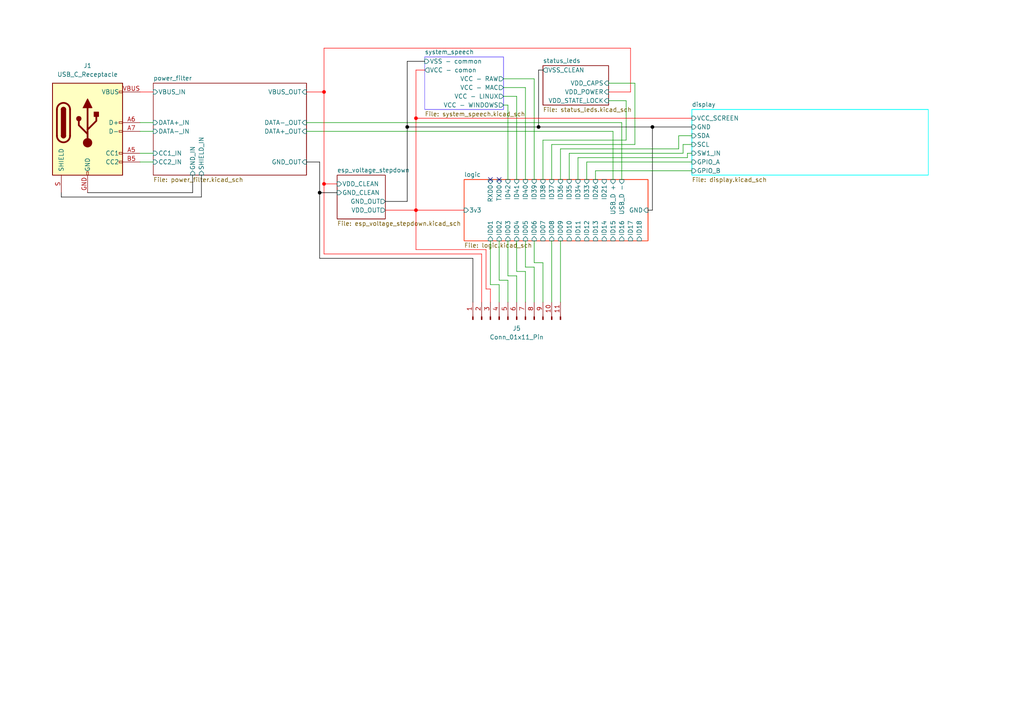
<source format=kicad_sch>
(kicad_sch (version 20250114) (generator "eeschema") (generator_version "9.0")
  (paper "A4")
  (lib_symbols
    (symbol "Connector:Conn_01x11_Pin" (pin_names (offset 1.016) (hide yes))
      (property "Reference" "J" (at 0 15.24 0))
      (property "Value" "Conn_01x11_Pin" (at 0 -15.24 0))
      (symbol "Conn_01x11_Pin_1_1"
        (rectangle (start 0.8636 12.827) (end 0 12.573) (stroke (width 0.1524)) (fill (type outline)))
        (rectangle (start 0.8636 10.287) (end 0 10.033) (stroke (width 0.1524)) (fill (type outline)))
        (rectangle (start 0.8636 7.747) (end 0 7.493) (stroke (width 0.1524)) (fill (type outline)))
        (rectangle (start 0.8636 5.207) (end 0 4.953) (stroke (width 0.1524)) (fill (type outline)))
        (rectangle (start 0.8636 2.667) (end 0 2.413) (stroke (width 0.1524)) (fill (type outline)))
        (rectangle (start 0.8636 0.127) (end 0 -0.127) (stroke (width 0.1524)) (fill (type outline)))
        (rectangle (start 0.8636 -2.413) (end 0 -2.667) (stroke (width 0.1524)) (fill (type outline)))
        (rectangle (start 0.8636 -4.953) (end 0 -5.207) (stroke (width 0.1524)) (fill (type outline)))
        (rectangle (start 0.8636 -7.493) (end 0 -7.747) (stroke (width 0.1524)) (fill (type outline)))
        (rectangle (start 0.8636 -10.033) (end 0 -10.287) (stroke (width 0.1524)) (fill (type outline)))
        (rectangle (start 0.8636 -12.573) (end 0 -12.827) (stroke (width 0.1524)) (fill (type outline)))
        (polyline (pts (xy 1.27 12.7) (xy 0.8636 12.7)) (stroke (width 0.1524)))
        (polyline (pts (xy 1.27 10.16) (xy 0.8636 10.16)) (stroke (width 0.1524)))
        (polyline (pts (xy 1.27 7.62) (xy 0.8636 7.62)) (stroke (width 0.1524)))
        (polyline (pts (xy 1.27 5.08) (xy 0.8636 5.08)) (stroke (width 0.1524)))
        (polyline (pts (xy 1.27 2.54) (xy 0.8636 2.54)) (stroke (width 0.1524)))
        (polyline (pts (xy 1.27 0) (xy 0.8636 0)) (stroke (width 0.1524)))
        (polyline (pts (xy 1.27 -2.54) (xy 0.8636 -2.54)) (stroke (width 0.1524)))
        (polyline (pts (xy 1.27 -5.08) (xy 0.8636 -5.08)) (stroke (width 0.1524)))
        (polyline (pts (xy 1.27 -7.62) (xy 0.8636 -7.62)) (stroke (width 0.1524)))
        (polyline (pts (xy 1.27 -10.16) (xy 0.8636 -10.16)) (stroke (width 0.1524)))
        (polyline (pts (xy 1.27 -12.7) (xy 0.8636 -12.7)) (stroke (width 0.1524)))
        (pin passive line (at 5.08 12.7 180) (length 3.81) (name "Pin_1") (number "1"))
        (pin passive line (at 5.08 10.16 180) (length 3.81) (name "Pin_2") (number "2"))
        (pin passive line (at 5.08 7.62 180) (length 3.81) (name "Pin_3") (number "3"))
        (pin passive line (at 5.08 5.08 180) (length 3.81) (name "Pin_4") (number "4"))
        (pin passive line (at 5.08 2.54 180) (length 3.81) (name "Pin_5") (number "5"))
        (pin passive line (at 5.08 0 180) (length 3.81) (name "Pin_6") (number "6"))
        (pin passive line (at 5.08 -2.54 180) (length 3.81) (name "Pin_7") (number "7"))
        (pin passive line (at 5.08 -5.08 180) (length 3.81) (name "Pin_8") (number "8"))
        (pin passive line (at 5.08 -7.62 180) (length 3.81) (name "Pin_9") (number "9"))
        (pin passive line (at 5.08 -10.16 180) (length 3.81) (name "Pin_10") (number "10"))
        (pin passive line (at 5.08 -12.7 180) (length 3.81) (name "Pin_11") (number "11"))
      )
    )
    (symbol "PCM_SparkFun-Connector:USB_C_Receptacle" (pin_names (offset 1.016))
      (property "Reference" "J" (at -10.16 12.7 0))
      (property "Value" "USB_C_Receptacle" (at 19.05 12.7 0))
      (symbol "USB_C_Receptacle_0_0"
        (rectangle (start -0.254 -15.24) (end 0.254 -14.224))
        (rectangle (start 10.16 9.144) (end 9.144 8.636))
        (rectangle (start 10.16 0.254) (end 9.144 -0.254))
        (rectangle (start 10.16 -2.286) (end 9.144 -2.794))
        (rectangle (start 10.16 -8.636) (end 9.144 -9.144))
        (rectangle (start 10.16 -11.176) (end 9.144 -11.684))
      )
      (symbol "USB_C_Receptacle_0_1"
        (rectangle (start -10.16 11.43) (end 10.16 -15.24) (stroke (width 0.254)) (fill (type background)))
        (polyline (pts (xy -8.89 -3.81) (xy -8.89 3.81)) (stroke (width 0.508)))
        (rectangle (start -7.62 -3.81) (end -6.35 3.81) (stroke (width 0.254)) (fill (type outline)))
        (arc (start -7.62 3.81) (mid -6.985 4.4423) (end -6.35 3.81) (stroke (width 0.254)))
        (arc (start -7.62 3.81) (mid -6.985 4.4423) (end -6.35 3.81) (stroke (width 0.254)) (fill (type outline)))
        (arc (start -8.89 3.81) (mid -6.985 5.7067) (end -5.08 3.81) (stroke (width 0.508)))
        (arc (start -5.08 -3.81) (mid -6.985 -5.7067) (end -8.89 -3.81) (stroke (width 0.508)))
        (arc (start -6.35 -3.81) (mid -6.985 -4.4423) (end -7.62 -3.81) (stroke (width 0.254)))
        (arc (start -6.35 -3.81) (mid -6.985 -4.4423) (end -7.62 -3.81) (stroke (width 0.254)) (fill (type outline)))
        (polyline (pts (xy -5.08 3.81) (xy -5.08 -3.81)) (stroke (width 0.508)))
        (circle (center -2.54 1.143) (radius 0.635) (stroke (width 0.254)) (fill (type outline)))
        (polyline (pts (xy -1.27 4.318) (xy 0 6.858) (xy 1.27 4.318) (xy -1.27 4.318)) (stroke (width 0.254)) (fill (type outline)))
        (polyline (pts (xy 0 -2.032) (xy 2.54 0.508) (xy 2.54 1.778)) (stroke (width 0.508)))
        (polyline (pts (xy 0 -3.302) (xy -2.54 -0.762) (xy -2.54 0.508)) (stroke (width 0.508)))
        (polyline (pts (xy 0 -5.842) (xy 0 4.318)) (stroke (width 0.508)))
        (circle (center 0 -5.842) (radius 1.27) (fill (type outline)))
        (rectangle (start 1.905 1.778) (end 3.175 3.048) (stroke (width 0.254)) (fill (type outline)))
      )
      (symbol "USB_C_Receptacle_1_1"
        (pin passive line (at -7.62 -20.32 90) (length 5.08) (name "SHIELD") (number "S"))
        (pin no_connect line (at -5.08 -15.24 90) (length 5.08) (hide yes) (name "NC") (number "NC1"))
        (pin no_connect line (at -3.81 -15.24 90) (length 5.08) (hide yes) (name "NC") (number "NC2"))
        (pin no_connect line (at -2.54 -15.24 90) (length 5.08) (hide yes) (name "NC") (number "NC3"))
        (pin passive line (at 0 -20.32 90) (length 5.08) (name "GND") (number "GND"))
        (pin no_connect line (at 2.54 -15.24 90) (length 5.08) (hide yes) (name "NC") (number "A8"))
        (pin no_connect line (at 3.81 -15.24 90) (length 5.08) (hide yes) (name "NC") (number "B8"))
        (pin power_out line (at 15.24 8.89 180) (length 5.08) (name "VBUS") (number "VBUS"))
        (pin bidirectional line (at 15.24 0 180) (length 5.08) (name "D+") (number "A6"))
        (pin bidirectional line (at 15.24 0 180) (length 5.08) (hide yes) (name "D+") (number "B6"))
        (pin bidirectional line (at 15.24 -2.54 180) (length 5.08) (name "D-") (number "A7"))
        (pin bidirectional line (at 15.24 -2.54 180) (length 5.08) (hide yes) (name "D-") (number "B7"))
        (pin bidirectional line (at 15.24 -8.89 180) (length 5.08) (name "CC1") (number "A5"))
        (pin bidirectional line (at 15.24 -11.43 180) (length 5.08) (name "CC2") (number "B5"))
      )
    )
  )
  (junction (at 118.11 36.83) (color 0 0 0 1))
  (junction (at 92.71 55.88) (color 0 0 0 1))
  (junction (at 189.23 36.83) (color 0 0 0 1))
  (junction (at 120.65 34.29) (color 255 0 0 1))
  (junction (at 93.98 26.67) (color 255 0 0 1))
  (junction (at 93.98 53.34) (color 255 0 0 1))
  (junction (at 156.21 36.83) (color 0 0 0 1))
  (junction (at 120.65 60.96) (color 255 0 0 1))
  (no_connect (at 142.24 52.07))
  (no_connect (at 144.78 52.07))
  (wire (pts (xy 154.94 22.86) (xy 154.94 52.07)))
  (wire (pts (xy 167.64 45.72) (xy 199.39 45.72)))
  (wire (pts (xy 118.11 36.83) (xy 118.11 58.42)) (stroke (width 0) (color 0 0 0 1)))
  (wire (pts (xy 118.11 17.78) (xy 123.19 17.78)) (stroke (width 0) (color 0 0 0 1)))
  (wire (pts (xy 139.7 73.66) (xy 139.7 87.63)) (stroke (width 0) (color 255 0 0 1)))
  (wire (pts (xy 154.94 77.47) (xy 154.94 87.63)))
  (wire (pts (xy 200.66 41.91) (xy 198.12 41.91)))
  (wire (pts (xy 172.72 49.53) (xy 200.66 49.53)))
  (wire (pts (xy 157.48 76.2) (xy 157.48 87.63)))
  (wire (pts (xy 156.21 36.83) (xy 189.23 36.83)) (stroke (width 0) (color 0 0 0 1)))
  (wire (pts (xy 184.15 24.13) (xy 184.15 41.91)))
  (wire (pts (xy 180.34 35.56) (xy 180.34 52.07)))
  (wire (pts (xy 88.9 35.56) (xy 180.34 35.56)))
  (wire (pts (xy 40.64 46.99) (xy 44.45 46.99)))
  (wire (pts (xy 176.53 24.13) (xy 184.15 24.13)))
  (wire (pts (xy 40.64 38.1) (xy 44.45 38.1)))
  (wire (pts (xy 140.97 72.39) (xy 140.97 83.82)) (stroke (width 0) (color 255 0 0 1)))
  (wire (pts (xy 137.16 74.93) (xy 137.16 87.63)) (stroke (width 0) (color 0 0 0 1)))
  (wire (pts (xy 120.65 34.29) (xy 120.65 60.96)) (stroke (width 0) (color 255 0 0 1)))
  (wire (pts (xy 142.24 83.82) (xy 142.24 87.63)) (stroke (width 0) (color 255 0 0 1)))
  (wire (pts (xy 147.32 80.01) (xy 149.86 80.01)))
  (wire (pts (xy 146.05 25.4) (xy 152.4 25.4)))
  (wire (pts (xy 162.56 43.18) (xy 162.56 52.07)))
  (wire (pts (xy 149.86 80.01) (xy 149.86 87.63)))
  (wire (pts (xy 58.42 50.8) (xy 58.42 57.15)) (stroke (width 0) (color 0 0 0 1)))
  (wire (pts (xy 55.88 50.8) (xy 55.88 55.88)) (stroke (width 0) (color 0 0 0 1)))
  (wire (pts (xy 149.86 78.74) (xy 152.4 78.74)))
  (wire (pts (xy 187.96 60.96) (xy 189.23 60.96)) (stroke (width 0) (color 0 0 0 1)))
  (wire (pts (xy 149.86 27.94) (xy 149.86 52.07)))
  (wire (pts (xy 144.78 81.28) (xy 147.32 81.28)))
  (wire (pts (xy 111.76 60.96) (xy 120.65 60.96)) (stroke (width 0) (color 255 0 0 1)))
  (wire (pts (xy 181.61 29.21) (xy 181.61 40.64)))
  (wire (pts (xy 92.71 55.88) (xy 97.79 55.88)) (stroke (width 0) (color 0 0 0 1)))
  (wire (pts (xy 92.71 55.88) (xy 92.71 74.93)) (stroke (width 0) (color 0 0 0 1)))
  (wire (pts (xy 88.9 46.99) (xy 92.71 46.99)) (stroke (width 0) (color 0 0 0 1)))
  (wire (pts (xy 156.21 20.32) (xy 156.21 36.83)) (stroke (width 0) (color 0 0 0 1)))
  (wire (pts (xy 170.18 52.07) (xy 170.18 46.99)))
  (wire (pts (xy 58.42 57.15) (xy 17.78 57.15)) (stroke (width 0) (color 0 0 0 1)))
  (wire (pts (xy 170.18 46.99) (xy 200.66 46.99)))
  (wire (pts (xy 152.4 25.4) (xy 152.4 52.07)))
  (wire (pts (xy 88.9 26.67) (xy 93.98 26.67)) (stroke (width 0) (color 255 0 0 1)))
  (wire (pts (xy 157.48 40.64) (xy 157.48 52.07)))
  (wire (pts (xy 149.86 69.85) (xy 149.86 78.74)))
  (wire (pts (xy 120.65 72.39) (xy 140.97 72.39)) (stroke (width 0) (color 255 0 0 1)))
  (wire (pts (xy 199.39 44.45) (xy 199.39 45.72)))
  (wire (pts (xy 182.88 13.97) (xy 93.98 13.97)) (stroke (width 0) (color 255 0 0 1)))
  (wire (pts (xy 189.23 36.83) (xy 200.66 36.83)) (stroke (width 0) (color 0 0 0 1)))
  (wire (pts (xy 92.71 74.93) (xy 137.16 74.93)) (stroke (width 0) (color 0 0 0 1)))
  (wire (pts (xy 146.05 27.94) (xy 149.86 27.94)))
  (wire (pts (xy 147.32 52.07) (xy 147.32 30.48)))
  (wire (pts (xy 189.23 36.83) (xy 189.23 60.96)) (stroke (width 0) (color 0 0 0 1)))
  (wire (pts (xy 93.98 53.34) (xy 97.79 53.34)) (stroke (width 0) (color 255 0 0 1)))
  (wire (pts (xy 160.02 69.85) (xy 160.02 87.63)))
  (wire (pts (xy 157.48 20.32) (xy 156.21 20.32)) (stroke (width 0) (color 0 0 0 1)))
  (wire (pts (xy 146.05 30.48) (xy 147.32 30.48)))
  (wire (pts (xy 88.9 38.1) (xy 177.8 38.1)))
  (wire (pts (xy 165.1 44.45) (xy 165.1 52.07)))
  (wire (pts (xy 184.15 41.91) (xy 160.02 41.91)))
  (wire (pts (xy 140.97 83.82) (xy 142.24 83.82)) (stroke (width 0) (color 255 0 0 1)))
  (wire (pts (xy 144.78 69.85) (xy 144.78 81.28)))
  (wire (pts (xy 118.11 36.83) (xy 156.21 36.83)) (stroke (width 0) (color 0 0 0 1)))
  (wire (pts (xy 147.32 81.28) (xy 147.32 87.63)))
  (wire (pts (xy 152.4 77.47) (xy 154.94 77.47)))
  (wire (pts (xy 93.98 13.97) (xy 93.98 26.67)) (stroke (width 0) (color 255 0 0 1)))
  (wire (pts (xy 123.19 20.32) (xy 120.65 20.32)) (stroke (width 0) (color 255 0 0 1)))
  (wire (pts (xy 181.61 40.64) (xy 157.48 40.64)))
  (wire (pts (xy 177.8 38.1) (xy 177.8 52.07)))
  (wire (pts (xy 147.32 69.85) (xy 147.32 80.01)))
  (wire (pts (xy 198.12 41.91) (xy 198.12 44.45)))
  (wire (pts (xy 152.4 69.85) (xy 152.4 77.47)))
  (wire (pts (xy 144.78 82.55) (xy 144.78 87.63)))
  (wire (pts (xy 167.64 52.07) (xy 167.64 45.72)))
  (wire (pts (xy 182.88 26.67) (xy 182.88 13.97)) (stroke (width 0) (color 255 0 0 1)))
  (wire (pts (xy 200.66 39.37) (xy 196.85 39.37)))
  (wire (pts (xy 55.88 55.88) (xy 25.4 55.88)) (stroke (width 0) (color 0 0 0 1)))
  (wire (pts (xy 120.65 60.96) (xy 120.65 72.39)) (stroke (width 0) (color 255 0 0 1)))
  (wire (pts (xy 152.4 78.74) (xy 152.4 87.63)))
  (wire (pts (xy 120.65 20.32) (xy 120.65 34.29)) (stroke (width 0) (color 255 0 0 1)))
  (wire (pts (xy 120.65 34.29) (xy 200.66 34.29)) (stroke (width 0) (color 255 0 0 1)))
  (wire (pts (xy 40.64 26.67) (xy 44.45 26.67)) (stroke (width 0) (color 255 0 0 1)))
  (wire (pts (xy 200.66 44.45) (xy 199.39 44.45)))
  (wire (pts (xy 93.98 73.66) (xy 139.7 73.66)) (stroke (width 0) (color 255 0 0 1)))
  (wire (pts (xy 92.71 46.99) (xy 92.71 55.88)) (stroke (width 0) (color 0 0 0 1)))
  (wire (pts (xy 40.64 44.45) (xy 44.45 44.45)))
  (wire (pts (xy 165.1 44.45) (xy 198.12 44.45)))
  (wire (pts (xy 93.98 26.67) (xy 93.98 53.34)) (stroke (width 0) (color 255 0 0 1)))
  (wire (pts (xy 154.94 76.2) (xy 154.94 69.85)))
  (wire (pts (xy 142.24 82.55) (xy 144.78 82.55)))
  (wire (pts (xy 176.53 29.21) (xy 181.61 29.21)))
  (wire (pts (xy 120.65 60.96) (xy 134.62 60.96)) (stroke (width 0) (color 255 0 0 1)))
  (wire (pts (xy 142.24 69.85) (xy 142.24 82.55)))
  (wire (pts (xy 17.78 57.15) (xy 17.78 55.88)) (stroke (width 0) (color 0 0 0 1)))
  (wire (pts (xy 176.53 26.67) (xy 182.88 26.67)) (stroke (width 0) (color 255 0 0 1)))
  (wire (pts (xy 160.02 41.91) (xy 160.02 52.07)))
  (wire (pts (xy 172.72 52.07) (xy 172.72 49.53)))
  (wire (pts (xy 93.98 53.34) (xy 93.98 73.66)) (stroke (width 0) (color 255 0 0 1)))
  (wire (pts (xy 118.11 17.78) (xy 118.11 36.83)) (stroke (width 0) (color 0 0 0 1)))
  (wire (pts (xy 162.56 43.18) (xy 196.85 43.18)))
  (wire (pts (xy 196.85 39.37) (xy 196.85 43.18)))
  (wire (pts (xy 162.56 69.85) (xy 162.56 87.63)))
  (wire (pts (xy 154.94 76.2) (xy 157.48 76.2)))
  (wire (pts (xy 111.76 58.42) (xy 118.11 58.42)) (stroke (width 0) (color 0 0 0 1)))
  (wire (pts (xy 40.64 35.56) (xy 44.45 35.56)))
  (wire (pts (xy 146.05 22.86) (xy 154.94 22.86)))
  (symbol (lib_id "Connector:Conn_01x11_Pin") (at 149.86 92.71 90) (unit 1)
    (property "Reference" "J5" (at 149.86 95.25 90))
    (property "Value" "Conn_01x11_Pin" (at 149.86 97.79 90))
    (property "Footprint" "Connector_PinHeader_2.00mm:PinHeader_1x11_P2.00mm_Horizontal" (effects (hide yes)))
    (property "Description" "Generic connector, single row, 01x11, script generated" (effects (hide yes)))
  )
  (symbol (lib_id "PCM_SparkFun-Connector:USB_C_Receptacle") (at 25.4 35.56 0) (unit 1)
    (property "Reference" "J1" (at 25.4 19.05 0))
    (property "Value" "USB_C_Receptacle" (at 25.4 21.59 0))
    (property "Footprint" "PCM_SparkFun-Connector:USB-C_16" (effects (hide yes)))
    (property "Datasheet" "https://www.usb.org/sites/default/files/documents/usb_type-c.zip" (effects (hide yes)))
    (property "Description" "USB 2.0-only Type-C Receptacle connector" (effects (hide yes)))
    (property "PROD_ID" "CONN-14122" (effects (hide yes)))
  )
  (sheet (at 157.48 19.05) (size 19.05 11.43) (stroke (width 0.1524))
    (property "Sheetname" "status_leds" (at 157.48 18.3384 0) (effects (justify left bottom)))
    (property "Sheetfile" "status_leds.kicad_sch" (at 157.48 31.0646 0) (effects (justify left top)))
    (pin "VDD_CAPS" input (at 176.53 24.13 0))
    (pin "VDD_POWER" input (at 176.53 26.67 0))
    (pin "VDD_STATE_LOCK" input (at 176.53 29.21 0))
    (pin "VSS_CLEAN" output (at 157.48 20.32 180))
  )
  (sheet (at 44.45 24.13) (size 44.45 26.67) (stroke (width 0.1524))
    (property "Sheetname" "power_filter" (at 44.45 23.4184 0) (effects (justify left bottom)))
    (property "Sheetfile" "power_filter.kicad_sch" (at 44.45 51.3846 0) (effects (justify left top)))
    (pin "CC1_IN" input (at 44.45 44.45 180))
    (pin "CC2_IN" input (at 44.45 46.99 180))
    (pin "DATA+_IN" input (at 44.45 35.56 180))
    (pin "DATA-_IN" input (at 44.45 38.1 180))
    (pin "GND_IN" input (at 55.88 50.8 270))
    (pin "SHIELD_IN" input (at 58.42 50.8 270))
    (pin "VBUS_IN" input (at 44.45 26.67 180))
    (pin "DATA+_OUT" input (at 88.9 38.1 0))
    (pin "DATA-_OUT" input (at 88.9 35.56 0))
    (pin "GND_OUT" input (at 88.9 46.99 0))
    (pin "VBUS_OUT" input (at 88.9 26.67 0))
  )
  (sheet (at 97.79 50.8) (size 13.97 12.7) (stroke (width 0.1524))
    (property "Sheetname" "esp_voltage_stepdown" (at 97.79 50.0884 0) (effects (justify left bottom)))
    (property "Sheetfile" "esp_voltage_stepdown.kicad_sch" (at 97.79 64.0846 0) (effects (justify left top)))
    (pin "GND_CLEAN" input (at 97.79 55.88 180))
    (pin "GND_OUT" output (at 111.76 58.42 0))
    (pin "VDD_CLEAN" input (at 97.79 53.34 180))
    (pin "VDD_OUT" output (at 111.76 60.96 0))
  )
  (sheet (at 134.62 52.07) (size 53.34 17.78) (stroke (width 0.1524) (color 255 42 0 1))
    (property "Sheetname" "logic" (at 134.62 51.3584 0) (effects (justify left bottom)))
    (property "Sheetfile" "logic.kicad_sch" (at 134.62 70.4346 0) (effects (justify left top)))
    (pin "3v3" input (at 134.62 60.96 180))
    (pin "GND" input (at 187.96 60.96 0))
    (pin "ID01" input (at 142.24 69.85 270))
    (pin "ID02" input (at 144.78 69.85 270))
    (pin "ID03" input (at 147.32 69.85 270))
    (pin "ID04" input (at 149.86 69.85 270))
    (pin "ID05" input (at 152.4 69.85 270))
    (pin "ID06" input (at 154.94 69.85 270))
    (pin "ID07" input (at 157.48 69.85 270))
    (pin "ID08" input (at 160.02 69.85 270))
    (pin "ID09" input (at 162.56 69.85 270))
    (pin "ID10" input (at 165.1 69.85 270))
    (pin "ID11" input (at 167.64 69.85 270))
    (pin "ID12" input (at 170.18 69.85 270))
    (pin "ID13" input (at 172.72 69.85 270))
    (pin "ID14" input (at 175.26 69.85 270))
    (pin "ID15" input (at 177.8 69.85 270))
    (pin "ID16" input (at 180.34 69.85 270))
    (pin "ID17" input (at 182.88 69.85 270))
    (pin "ID18" input (at 185.42 69.85 270))
    (pin "ID21" input (at 175.26 52.07 90))
    (pin "ID26" input (at 172.72 52.07 90))
    (pin "ID33" input (at 170.18 52.07 90))
    (pin "ID34" input (at 167.64 52.07 90))
    (pin "ID35" input (at 165.1 52.07 90))
    (pin "ID36" input (at 162.56 52.07 90))
    (pin "ID37" input (at 160.02 52.07 90))
    (pin "ID38" input (at 157.48 52.07 90))
    (pin "ID39" input (at 154.94 52.07 90))
    (pin "ID40" input (at 152.4 52.07 90))
    (pin "ID41" input (at 149.86 52.07 90))
    (pin "ID42" input (at 147.32 52.07 90))
    (pin "RXD0" input (at 142.24 52.07 90))
    (pin "TXD0" input (at 144.78 52.07 90))
    (pin "USB_D +" input (at 177.8 52.07 90))
    (pin "USB_D -" input (at 180.34 52.07 90))
  )
  (sheet (at 200.66 31.75) (size 68.58 19.05) (stroke (width 0.1524) (color 0 255 252 1))
    (property "Sheetname" "display" (at 200.66 31.0384 0) (effects (justify left bottom)))
    (property "Sheetfile" "display.kicad_sch" (at 200.66 51.3846 0) (effects (justify left top)))
    (pin "GND" input (at 200.66 36.83 180))
    (pin "SCL" input (at 200.66 41.91 180))
    (pin "SDA" input (at 200.66 39.37 180))
    (pin "SW1_IN" input (at 200.66 44.45 180))
    (pin "VCC_SCREEN" input (at 200.66 34.29 180))
    (pin "GPIO_A" input (at 200.66 46.99 180))
    (pin "GPIO_B" input (at 200.66 49.53 180))
  )
  (sheet (at 123.19 16.51) (size 22.86 15.24) (stroke (width 0.1524) (color 123 104 255 1))
    (property "Sheetname" "system_speech" (at 123.19 15.7984 0) (effects (justify left bottom)))
    (property "Sheetfile" "system_speech.kicad_sch" (at 123.19 32.3346 0) (effects (justify left top)))
    (pin "VCC - comon" output (at 123.19 20.32 180))
    (pin "VCC - LINUX" output (at 146.05 27.94 0))
    (pin "VCC - MAC" output (at 146.05 25.4 0))
    (pin "VCC - RAW" output (at 146.05 22.86 0))
    (pin "VCC - WINDOWS" output (at 146.05 30.48 0))
    (pin "VSS - common" input (at 123.19 17.78 180))
  )
)
</source>
